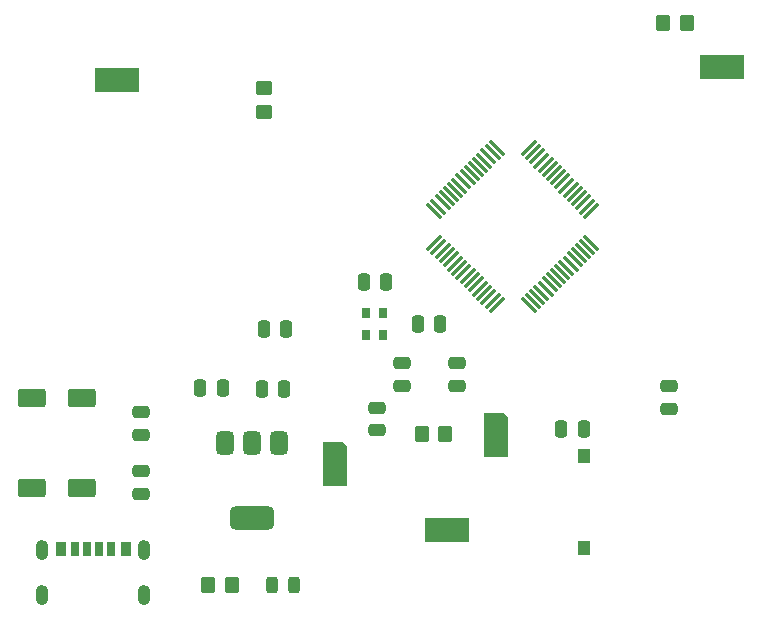
<source format=gbr>
%TF.GenerationSoftware,KiCad,Pcbnew,8.0.8-8.0.8-0~ubuntu24.04.1*%
%TF.CreationDate,2025-08-12T19:22:18-04:00*%
%TF.ProjectId,mainboard,6d61696e-626f-4617-9264-2e6b69636164,rev?*%
%TF.SameCoordinates,Original*%
%TF.FileFunction,Paste,Top*%
%TF.FilePolarity,Positive*%
%FSLAX46Y46*%
G04 Gerber Fmt 4.6, Leading zero omitted, Abs format (unit mm)*
G04 Created by KiCad (PCBNEW 8.0.8-8.0.8-0~ubuntu24.04.1) date 2025-08-12 19:22:18*
%MOMM*%
%LPD*%
G01*
G04 APERTURE LIST*
G04 Aperture macros list*
%AMRoundRect*
0 Rectangle with rounded corners*
0 $1 Rounding radius*
0 $2 $3 $4 $5 $6 $7 $8 $9 X,Y pos of 4 corners*
0 Add a 4 corners polygon primitive as box body*
4,1,4,$2,$3,$4,$5,$6,$7,$8,$9,$2,$3,0*
0 Add four circle primitives for the rounded corners*
1,1,$1+$1,$2,$3*
1,1,$1+$1,$4,$5*
1,1,$1+$1,$6,$7*
1,1,$1+$1,$8,$9*
0 Add four rect primitives between the rounded corners*
20,1,$1+$1,$2,$3,$4,$5,0*
20,1,$1+$1,$4,$5,$6,$7,0*
20,1,$1+$1,$6,$7,$8,$9,0*
20,1,$1+$1,$8,$9,$2,$3,0*%
%AMRotRect*
0 Rectangle, with rotation*
0 The origin of the aperture is its center*
0 $1 length*
0 $2 width*
0 $3 Rotation angle, in degrees counterclockwise*
0 Add horizontal line*
21,1,$1,$2,0,0,$3*%
%AMOutline5P*
0 Free polygon, 5 corners , with rotation*
0 The origin of the aperture is its center*
0 number of corners: always 5*
0 $1 to $10 corner X, Y*
0 $11 Rotation angle, in degrees counterclockwise*
0 create outline with 5 corners*
4,1,5,$1,$2,$3,$4,$5,$6,$7,$8,$9,$10,$1,$2,$11*%
%AMOutline6P*
0 Free polygon, 6 corners , with rotation*
0 The origin of the aperture is its center*
0 number of corners: always 6*
0 $1 to $12 corner X, Y*
0 $13 Rotation angle, in degrees counterclockwise*
0 create outline with 6 corners*
4,1,6,$1,$2,$3,$4,$5,$6,$7,$8,$9,$10,$11,$12,$1,$2,$13*%
%AMOutline7P*
0 Free polygon, 7 corners , with rotation*
0 The origin of the aperture is its center*
0 number of corners: always 7*
0 $1 to $14 corner X, Y*
0 $15 Rotation angle, in degrees counterclockwise*
0 create outline with 7 corners*
4,1,7,$1,$2,$3,$4,$5,$6,$7,$8,$9,$10,$11,$12,$13,$14,$1,$2,$15*%
%AMOutline8P*
0 Free polygon, 8 corners , with rotation*
0 The origin of the aperture is its center*
0 number of corners: always 8*
0 $1 to $16 corner X, Y*
0 $17 Rotation angle, in degrees counterclockwise*
0 create outline with 8 corners*
4,1,8,$1,$2,$3,$4,$5,$6,$7,$8,$9,$10,$11,$12,$13,$14,$15,$16,$1,$2,$17*%
G04 Aperture macros list end*
%ADD10R,0.711200X1.193800*%
%ADD11R,0.762000X1.193800*%
%ADD12R,0.812800X1.193800*%
%ADD13O,1.092200X1.701800*%
%ADD14RoundRect,0.250000X-0.475000X0.250000X-0.475000X-0.250000X0.475000X-0.250000X0.475000X0.250000X0*%
%ADD15RoundRect,0.250000X0.475000X-0.250000X0.475000X0.250000X-0.475000X0.250000X-0.475000X-0.250000X0*%
%ADD16RoundRect,0.250000X0.250000X0.475000X-0.250000X0.475000X-0.250000X-0.475000X0.250000X-0.475000X0*%
%ADD17RoundRect,0.250000X0.350000X0.450000X-0.350000X0.450000X-0.350000X-0.450000X0.350000X-0.450000X0*%
%ADD18RoundRect,0.250000X-0.250000X-0.475000X0.250000X-0.475000X0.250000X0.475000X-0.250000X0.475000X0*%
%ADD19R,3.800000X2.000000*%
%ADD20RoundRect,0.250000X-0.450000X0.350000X-0.450000X-0.350000X0.450000X-0.350000X0.450000X0.350000X0*%
%ADD21RotRect,0.279400X1.778000X135.000000*%
%ADD22RotRect,0.279400X1.778000X45.000000*%
%ADD23RoundRect,0.193750X0.971250X0.581250X-0.971250X0.581250X-0.971250X-0.581250X0.971250X-0.581250X0*%
%ADD24R,0.800000X0.900000*%
%ADD25Outline5P,-1.900000X0.600000X-1.500000X1.000000X1.900000X1.000000X1.900000X-1.000000X-1.900000X-1.000000X270.000000*%
%ADD26RoundRect,0.250000X-0.350000X-0.450000X0.350000X-0.450000X0.350000X0.450000X-0.350000X0.450000X0*%
%ADD27RoundRect,0.375000X-0.375000X0.625000X-0.375000X-0.625000X0.375000X-0.625000X0.375000X0.625000X0*%
%ADD28RoundRect,0.500000X-1.400000X0.500000X-1.400000X-0.500000X1.400000X-0.500000X1.400000X0.500000X0*%
%ADD29R,1.000000X1.250000*%
%ADD30RoundRect,0.243750X-0.243750X-0.456250X0.243750X-0.456250X0.243750X0.456250X-0.243750X0.456250X0*%
G04 APERTURE END LIST*
D10*
%TO.C,J8*%
X79272000Y-89072600D03*
D11*
X81292000Y-89072600D03*
D12*
X82522000Y-89072600D03*
D10*
X80272000Y-89072600D03*
D11*
X78252060Y-89072720D03*
D12*
X77022060Y-89072720D03*
D13*
X75452000Y-89152600D03*
X84092000Y-89152600D03*
X75452000Y-92952600D03*
X84092000Y-92952600D03*
%TD*%
D14*
%TO.C,C1*%
X83848440Y-77478001D03*
X83848440Y-79377999D03*
%TD*%
D15*
%TO.C,C11*%
X103839000Y-78977999D03*
X103839000Y-77078001D03*
%TD*%
D16*
%TO.C,C3*%
X90738997Y-75428000D03*
X88838999Y-75428000D03*
%TD*%
D17*
%TO.C,FB1*%
X109589000Y-79278000D03*
X107589000Y-79278000D03*
%TD*%
D18*
%TO.C,C5*%
X94239000Y-70390000D03*
X96138998Y-70390000D03*
%TD*%
D15*
%TO.C,C10*%
X110589000Y-75227999D03*
X110589000Y-73328001D03*
%TD*%
D19*
%TO.C,TP7*%
X81804000Y-49308000D03*
%TD*%
D15*
%TO.C,C13*%
X128540000Y-77181999D03*
X128540000Y-75282001D03*
%TD*%
D18*
%TO.C,C15*%
X107261001Y-69984000D03*
X109160999Y-69984000D03*
%TD*%
D20*
%TO.C,R8*%
X94239000Y-50028000D03*
X94239000Y-52028000D03*
%TD*%
D21*
%TO.C,U3*%
X108646761Y-63107812D03*
X109000314Y-63461364D03*
X109353868Y-63814919D03*
X109707421Y-64168471D03*
X110060976Y-64522026D03*
X110414528Y-64875579D03*
X110768081Y-65229131D03*
X111121635Y-65582686D03*
X111475188Y-65936239D03*
X111828743Y-66289793D03*
X112182295Y-66643346D03*
X112535848Y-66996898D03*
X112889403Y-67350453D03*
X113242955Y-67704006D03*
X113596510Y-68057560D03*
X113950062Y-68411113D03*
D22*
X116657150Y-68411113D03*
X117010702Y-68057560D03*
X117364257Y-67704006D03*
X117717809Y-67350453D03*
X118071364Y-66996898D03*
X118424917Y-66643346D03*
X118778469Y-66289793D03*
X119132024Y-65936239D03*
X119485577Y-65582686D03*
X119839131Y-65229131D03*
X120192684Y-64875579D03*
X120546236Y-64522026D03*
X120899791Y-64168471D03*
X121253344Y-63814919D03*
X121606898Y-63461364D03*
X121960451Y-63107812D03*
D21*
X121960451Y-60400724D03*
X121606898Y-60047172D03*
X121253344Y-59693617D03*
X120899791Y-59340065D03*
X120546236Y-58986510D03*
X120192684Y-58632957D03*
X119839131Y-58279405D03*
X119485577Y-57925850D03*
X119132024Y-57572297D03*
X118778469Y-57218743D03*
X118424917Y-56865190D03*
X118071364Y-56511638D03*
X117717809Y-56158083D03*
X117364257Y-55804530D03*
X117010702Y-55450976D03*
X116657150Y-55097423D03*
D22*
X113950062Y-55097423D03*
X113596510Y-55450976D03*
X113242955Y-55804530D03*
X112889403Y-56158083D03*
X112535848Y-56511638D03*
X112182295Y-56865190D03*
X111828743Y-57218743D03*
X111475188Y-57572297D03*
X111121635Y-57925850D03*
X110768081Y-58279405D03*
X110414528Y-58632957D03*
X110060976Y-58986510D03*
X109707421Y-59340065D03*
X109353868Y-59693617D03*
X109000314Y-60047172D03*
X108646761Y-60400724D03*
%TD*%
D23*
%TO.C,D1*%
X78859000Y-76232000D03*
X74589000Y-76232000D03*
%TD*%
D24*
%TO.C,Y1*%
X102889001Y-69059000D03*
X102889001Y-70909000D03*
X104339001Y-70909000D03*
X104339001Y-69059000D03*
%TD*%
D16*
%TO.C,C14*%
X104588999Y-66428000D03*
X102689001Y-66428000D03*
%TD*%
D19*
%TO.C,TP5*%
X109744000Y-87408000D03*
%TD*%
D16*
%TO.C,C4*%
X95961999Y-75470000D03*
X94062001Y-75470000D03*
%TD*%
D25*
%TO.C,TP1*%
X113839000Y-79428000D03*
%TD*%
D23*
%TO.C,D3*%
X78859000Y-83852000D03*
X74589000Y-83852000D03*
%TD*%
D26*
%TO.C,R1*%
X89502060Y-92127424D03*
X91502060Y-92127424D03*
%TD*%
D27*
%TO.C,U2*%
X95539000Y-80078000D03*
X93239000Y-80078001D03*
D28*
X93239000Y-86377999D03*
D27*
X90939000Y-80078000D03*
%TD*%
D26*
%TO.C,R13*%
X128021300Y-44532799D03*
X130021300Y-44532799D03*
%TD*%
D14*
%TO.C,C2*%
X83848440Y-82478001D03*
X83848440Y-84377999D03*
%TD*%
D15*
%TO.C,C9*%
X105934000Y-75227998D03*
X105934000Y-73328000D03*
%TD*%
D16*
%TO.C,C12*%
X121292006Y-78856079D03*
X119392008Y-78856079D03*
%TD*%
D29*
%TO.C,SW1*%
X121301000Y-81185000D03*
X121301000Y-88935000D03*
%TD*%
D30*
%TO.C,D2*%
X94914559Y-92127424D03*
X96789561Y-92127424D03*
%TD*%
D19*
%TO.C,TP3*%
X133039000Y-48228000D03*
%TD*%
D25*
%TO.C,TP2*%
X100239000Y-81828000D03*
%TD*%
M02*

</source>
